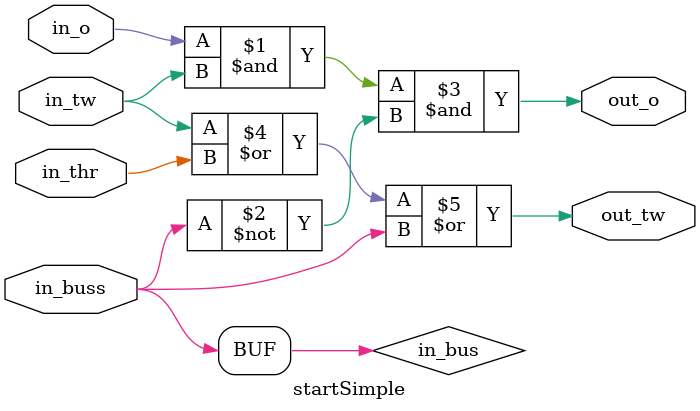
<source format=v>
module startSimple
    (
        in_o, in_tw,in_thr,in_buss,out_o,out_tw
    );
    input in_o,in_tw,in_thr,in_buss;
    output out_o,out_tw;
    wire in_bus;

    assign in_bus = {{in_buss}};
    assign out_o = in_o & in_tw & ~in_bus;
    assign out_tw = in_tw | in_thr | in_bus;

endmodule
</source>
